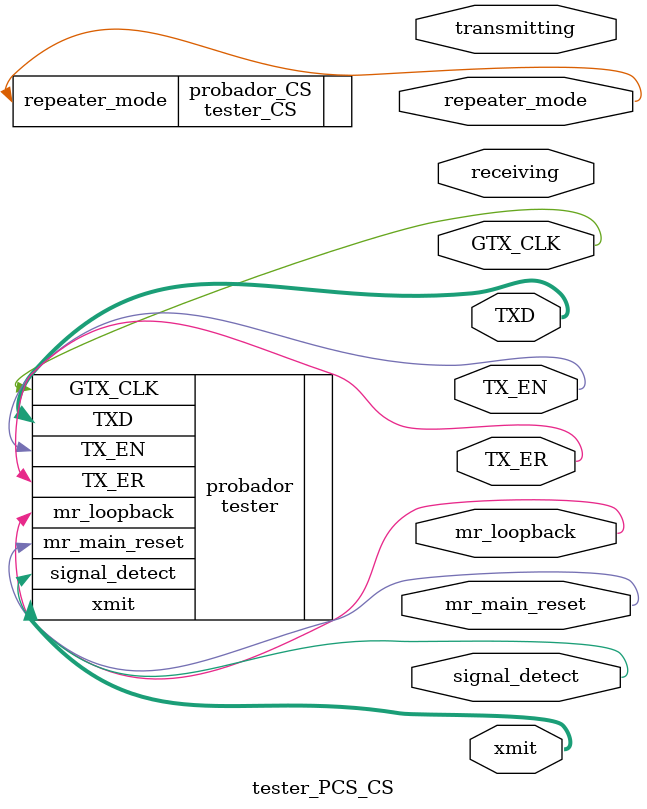
<source format=v>
`include "tester_CS.v"
`include "tester_PCS.v"

module tester_PCS_CS (
    output [7:0] TXD,
    output TX_EN,
    output TX_ER,
    output GTX_CLK,
    output [2:0] xmit,
    output mr_main_reset,
    output mr_loopback,
    output signal_detect,
    output receiving,
    output repeater_mode,
    output transmitting
);
    // tester del PCS
    tester probador (
        .TXD(TXD),
        .TX_EN(TX_EN),
        .TX_ER(TX_ER),
        .GTX_CLK(GTX_CLK),
        .xmit(xmit),
        .mr_main_reset(mr_main_reset),
        .mr_loopback(mr_loopback),
        .signal_detect(signal_detect)
    );

    // tester del CS
    tester_CS probador_CS (
        .repeater_mode(repeater_mode)
    );

endmodule
</source>
